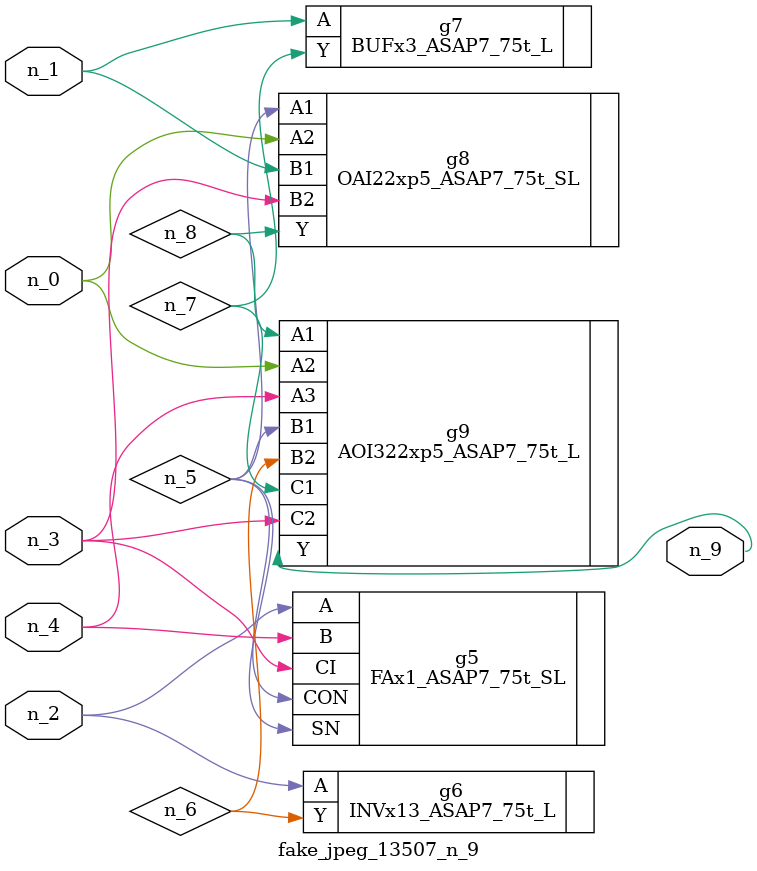
<source format=v>
module fake_jpeg_13507_n_9 (n_3, n_2, n_1, n_0, n_4, n_9);

input n_3;
input n_2;
input n_1;
input n_0;
input n_4;

output n_9;

wire n_8;
wire n_6;
wire n_5;
wire n_7;

FAx1_ASAP7_75t_SL g5 ( 
.A(n_2),
.B(n_4),
.CI(n_3),
.CON(n_5),
.SN(n_5)
);

INVx13_ASAP7_75t_L g6 ( 
.A(n_2),
.Y(n_6)
);

BUFx3_ASAP7_75t_L g7 ( 
.A(n_1),
.Y(n_7)
);

OAI22xp5_ASAP7_75t_SL g8 ( 
.A1(n_5),
.A2(n_0),
.B1(n_1),
.B2(n_3),
.Y(n_8)
);

AOI322xp5_ASAP7_75t_L g9 ( 
.A1(n_8),
.A2(n_0),
.A3(n_4),
.B1(n_5),
.B2(n_6),
.C1(n_7),
.C2(n_3),
.Y(n_9)
);


endmodule
</source>
